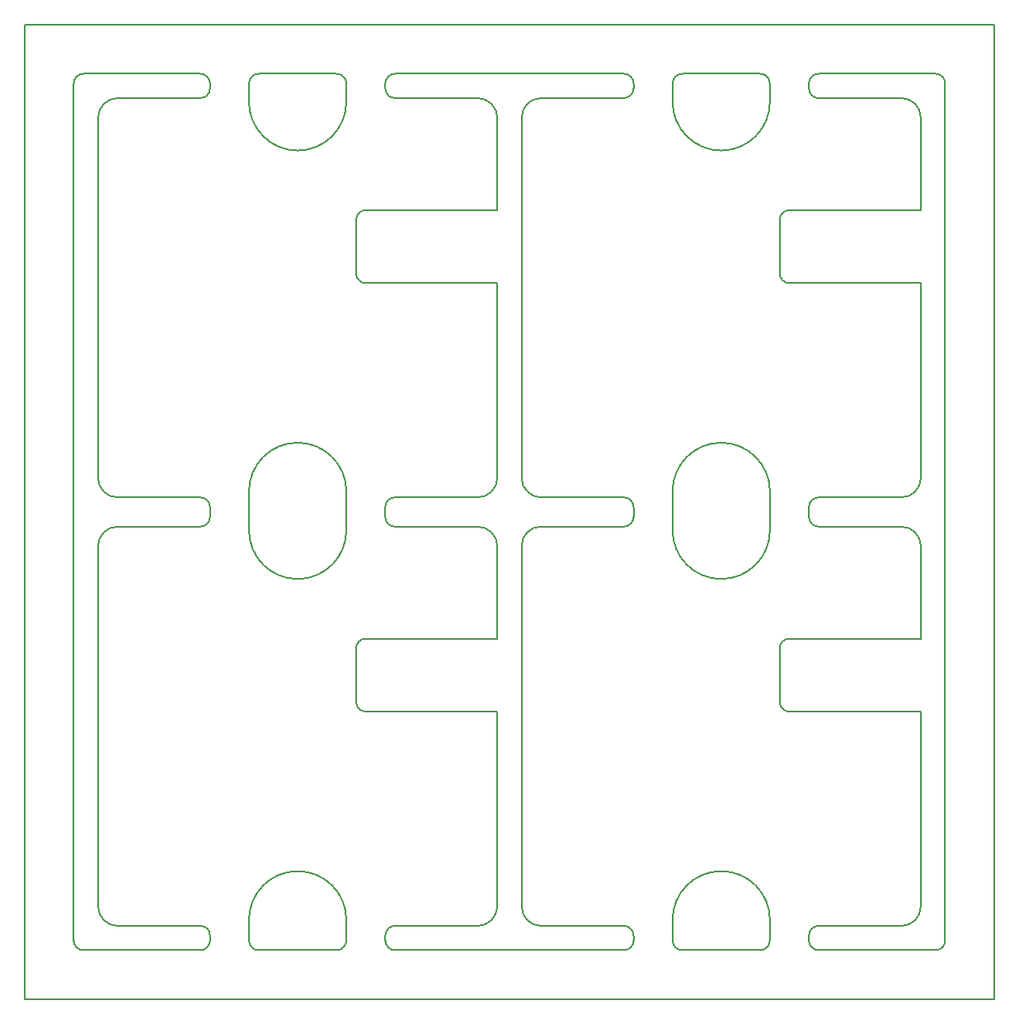
<source format=gbr>
G04 #@! TF.GenerationSoftware,KiCad,Pcbnew,(5.0.2)-1*
G04 #@! TF.CreationDate,2020-07-10T17:38:52+02:00*
G04 #@! TF.ProjectId,IKEA_Button2,494b4541-5f42-4757-9474-6f6e322e6b69,rev?*
G04 #@! TF.SameCoordinates,Original*
G04 #@! TF.FileFunction,Profile,NP*
%FSLAX46Y46*%
G04 Gerber Fmt 4.6, Leading zero omitted, Abs format (unit mm)*
G04 Created by KiCad (PCBNEW (5.0.2)-1) date 10-07-2020 17:38:52*
%MOMM*%
%LPD*%
G01*
G04 APERTURE LIST*
%ADD10C,0.150000*%
G04 APERTURE END LIST*
D10*
X36000000Y-100000000D02*
X36000000Y0D01*
X130500000Y-94000000D02*
X130500000Y-6000000D01*
X135500000Y-100000000D02*
X135500000Y0D01*
X36000000Y0D02*
X135500000Y0D01*
X117500000Y-92500000D02*
X126000000Y-92500000D01*
X89000000Y-92500000D02*
X97500000Y-92500000D01*
X74000000Y-92500000D02*
X82500000Y-92500000D01*
X45500468Y-92497900D02*
X54000468Y-92497900D01*
X69000000Y-51880911D02*
G75*
G02X59000000Y-51880911I-5000000J0D01*
G01*
X84500000Y-53500000D02*
X84500000Y-63000000D01*
X59000000Y-91880911D02*
G75*
G02X69000000Y-91880911I5000000J0D01*
G01*
X43500000Y-90500000D02*
X43500000Y-53500000D01*
X84500000Y-90500000D02*
X84500000Y-70500000D01*
X84500000Y-70500000D02*
X71000000Y-70500000D01*
X70000000Y-69500000D02*
X70000000Y-64000000D01*
X71000000Y-63000000D02*
X84500000Y-63000000D01*
X82500000Y-51500000D02*
G75*
G02X84500000Y-53500000I0J-2000000D01*
G01*
X84500000Y-90500000D02*
G75*
G02X82500000Y-92500000I-2000000J0D01*
G01*
X45500000Y-92500000D02*
G75*
G02X43500000Y-90500000I0J2000000D01*
G01*
X43500000Y-53500000D02*
G75*
G02X45500000Y-51500000I2000000J0D01*
G01*
X69000000Y-92500000D02*
X68996759Y-91880911D01*
X58996759Y-91880911D02*
X59000000Y-92500000D01*
X69000000Y-51500000D02*
X68996759Y-51880911D01*
X58996759Y-51880911D02*
X59000000Y-51500000D01*
X70000000Y-64000000D02*
G75*
G02X71000000Y-63000000I1000000J0D01*
G01*
X71000000Y-70500000D02*
G75*
G02X70000000Y-69500000I0J1000000D01*
G01*
X112500000Y-51880911D02*
G75*
G02X102500000Y-51880911I-5000000J0D01*
G01*
X128000000Y-53500000D02*
X128000000Y-63000000D01*
X102500000Y-91880911D02*
G75*
G02X112500000Y-91880911I5000000J0D01*
G01*
X87000000Y-90500000D02*
X87000000Y-53500000D01*
X128000000Y-90500000D02*
X128000000Y-70500000D01*
X128000000Y-70500000D02*
X114500000Y-70500000D01*
X113500000Y-69500000D02*
X113500000Y-64000000D01*
X114500000Y-63000000D02*
X128000000Y-63000000D01*
X126000000Y-51500000D02*
G75*
G02X128000000Y-53500000I0J-2000000D01*
G01*
X128000000Y-90500000D02*
G75*
G02X126000000Y-92500000I-2000000J0D01*
G01*
X89000000Y-92500000D02*
G75*
G02X87000000Y-90500000I0J2000000D01*
G01*
X87000000Y-53500000D02*
G75*
G02X89000000Y-51500000I2000000J0D01*
G01*
X112500000Y-92500000D02*
X112496759Y-91880911D01*
X102496759Y-91880911D02*
X102500000Y-92500000D01*
X112500000Y-51500000D02*
X112496759Y-51880911D01*
X102496759Y-51880911D02*
X102500000Y-51500000D01*
X113500000Y-64000000D02*
G75*
G02X114500000Y-63000000I1000000J0D01*
G01*
X114500000Y-70500000D02*
G75*
G02X113500000Y-69500000I0J1000000D01*
G01*
X128000000Y-9500000D02*
X128000000Y-19000000D01*
X112500000Y-7880911D02*
G75*
G02X102500000Y-7880911I-5000000J0D01*
G01*
X102500000Y-47880911D02*
G75*
G02X112500000Y-47880911I5000000J0D01*
G01*
X87000000Y-46500000D02*
X87000000Y-9500000D01*
X128000000Y-46500000D02*
X128000000Y-26500000D01*
X128000000Y-26500000D02*
X114500000Y-26500000D01*
X113500000Y-25500000D02*
X113500000Y-20000000D01*
X114500000Y-19000000D02*
X128000000Y-19000000D01*
X126000000Y-7500000D02*
G75*
G02X128000000Y-9500000I0J-2000000D01*
G01*
X128000000Y-46500000D02*
G75*
G02X126000000Y-48500000I-2000000J0D01*
G01*
X89000000Y-48500000D02*
G75*
G02X87000000Y-46500000I0J2000000D01*
G01*
X87000000Y-9500000D02*
G75*
G02X89000000Y-7500000I2000000J0D01*
G01*
X112500000Y-48500000D02*
X112496759Y-47880911D01*
X102496759Y-47880911D02*
X102500000Y-48500000D01*
X112500000Y-7500000D02*
X112496759Y-7880911D01*
X102496759Y-7880911D02*
X102500000Y-7500000D01*
X113500000Y-20000000D02*
G75*
G02X114500000Y-19000000I1000000J0D01*
G01*
X114500000Y-26500000D02*
G75*
G02X113500000Y-25500000I0J1000000D01*
G01*
X71000000Y-26500000D02*
G75*
G02X70000000Y-25500000I0J1000000D01*
G01*
X70000000Y-20000000D02*
G75*
G02X71000000Y-19000000I1000000J0D01*
G01*
X58996759Y-7880911D02*
X59000000Y-7500000D01*
X69000000Y-7500000D02*
X68996759Y-7880911D01*
X58996759Y-47880911D02*
X59000000Y-48500000D01*
X69000000Y-48500000D02*
X68996759Y-47880911D01*
X43500000Y-9500000D02*
G75*
G02X45500000Y-7500000I2000000J0D01*
G01*
X45500000Y-48500000D02*
G75*
G02X43500000Y-46500000I0J2000000D01*
G01*
X84500000Y-46500000D02*
G75*
G02X82500000Y-48500000I-2000000J0D01*
G01*
X82500000Y-7500000D02*
G75*
G02X84500000Y-9500000I0J-2000000D01*
G01*
X71000000Y-19000000D02*
X84500000Y-19000000D01*
X70000000Y-25500000D02*
X70000000Y-20000000D01*
X84500000Y-26500000D02*
X71000000Y-26500000D01*
X84500000Y-46500000D02*
X84500000Y-26500000D01*
X43500000Y-46500000D02*
X43500000Y-9500000D01*
X59000000Y-47880911D02*
G75*
G02X69000000Y-47880911I5000000J0D01*
G01*
X69000000Y-7880911D02*
G75*
G02X59000000Y-7880911I-5000000J0D01*
G01*
X84500000Y-9500000D02*
X84500000Y-19000000D01*
X36000000Y-100000000D02*
X135500000Y-100000000D01*
X41000000Y-94000000D02*
X41000000Y-6000000D01*
X129500000Y-5000000D02*
G75*
G02X130500000Y-6000000I0J-1000000D01*
G01*
X130500000Y-94000000D02*
G75*
G02X129500000Y-95000000I-1000000J0D01*
G01*
X129500000Y-95000000D02*
X117500000Y-95000000D01*
X117500000Y-5000000D02*
X129500000Y-5000000D01*
X116500000Y-6000000D02*
G75*
G02X117500000Y-5000000I1000000J0D01*
G01*
X116500000Y-6500000D02*
X116500000Y-6000000D01*
X117500000Y-7500000D02*
G75*
G02X116500000Y-6500000I0J1000000D01*
G01*
X97500000Y-95000000D02*
X74000000Y-95000000D01*
X98500468Y-93997900D02*
G75*
G02X97500468Y-94997900I-1000000J0D01*
G01*
X117500468Y-94997900D02*
G75*
G02X116500468Y-93997900I0J1000000D01*
G01*
X111500468Y-94997900D02*
X103500468Y-94997900D01*
X112500468Y-93997900D02*
X112500000Y-92500000D01*
X102500468Y-93997900D02*
X102500000Y-92500000D01*
X103500468Y-94997900D02*
G75*
G02X102500468Y-93997900I0J1000000D01*
G01*
X112500468Y-93997900D02*
G75*
G02X111500468Y-94997900I-1000000J0D01*
G01*
X97500000Y-5000000D02*
G75*
G02X98500000Y-6000000I0J-1000000D01*
G01*
X98500000Y-6000000D02*
X98500000Y-6500000D01*
X116500000Y-94000000D02*
X116500000Y-93500000D01*
X98500000Y-93500000D02*
X98500000Y-94000000D01*
X97500468Y-92497900D02*
G75*
G02X98500468Y-93497900I0J-1000000D01*
G01*
X116500468Y-93497900D02*
G75*
G02X117500468Y-92497900I1000000J0D01*
G01*
X103500000Y-5000000D02*
X111500000Y-5000000D01*
X97500000Y-7500000D02*
X89000000Y-7500000D01*
X102500000Y-6000000D02*
X102500000Y-7500000D01*
X112500000Y-6000000D02*
X112500000Y-7500000D01*
X117500000Y-7500000D02*
X126000000Y-7500000D01*
X111500000Y-5000000D02*
G75*
G02X112500000Y-6000000I0J-1000000D01*
G01*
X102500000Y-6000000D02*
G75*
G02X103500000Y-5000000I1000000J0D01*
G01*
X98500000Y-6500000D02*
G75*
G02X97500000Y-7500000I-1000000J0D01*
G01*
X73000000Y-6000000D02*
G75*
G02X74000000Y-5000000I1000000J0D01*
G01*
X73000000Y-6500000D02*
X73000000Y-6000000D01*
X74000000Y-7500000D02*
G75*
G02X73000000Y-6500000I0J1000000D01*
G01*
X54000000Y-95000000D02*
X42000000Y-95000000D01*
X55000468Y-93997900D02*
G75*
G02X54000468Y-94997900I-1000000J0D01*
G01*
X74000468Y-94997900D02*
G75*
G02X73000468Y-93997900I0J1000000D01*
G01*
X68000468Y-94997900D02*
X60000468Y-94997900D01*
X69000468Y-93997900D02*
X69000000Y-92500000D01*
X59000468Y-93997900D02*
X59000000Y-92500000D01*
X60000468Y-94997900D02*
G75*
G02X59000468Y-93997900I0J1000000D01*
G01*
X69000468Y-93997900D02*
G75*
G02X68000468Y-94997900I-1000000J0D01*
G01*
X54000000Y-5000000D02*
G75*
G02X55000000Y-6000000I0J-1000000D01*
G01*
X55000000Y-6000000D02*
X55000000Y-6500000D01*
X73000000Y-94000000D02*
X73000000Y-93500000D01*
X55000000Y-93500000D02*
X55000000Y-94000000D01*
X54000468Y-92497900D02*
G75*
G02X55000468Y-93497900I0J-1000000D01*
G01*
X73000468Y-93497900D02*
G75*
G02X74000468Y-92497900I1000000J0D01*
G01*
X60000000Y-5000000D02*
X68000000Y-5000000D01*
X54000000Y-7500000D02*
X45500000Y-7500000D01*
X59000000Y-6000000D02*
X59000000Y-7500000D01*
X74000000Y-5000000D02*
X97500000Y-5000000D01*
X69000000Y-6000000D02*
X69000000Y-7500000D01*
X74000000Y-7500000D02*
X82500000Y-7500000D01*
X68000000Y-5000000D02*
G75*
G02X69000000Y-6000000I0J-1000000D01*
G01*
X59000000Y-6000000D02*
G75*
G02X60000000Y-5000000I1000000J0D01*
G01*
X55000000Y-6500000D02*
G75*
G02X54000000Y-7500000I-1000000J0D01*
G01*
X42000000Y-95000000D02*
G75*
G02X41000000Y-94000000I0J1000000D01*
G01*
X41000000Y-6000000D02*
G75*
G02X42000000Y-5000000I1000000J0D01*
G01*
X42000000Y-5000000D02*
X54000000Y-5000000D01*
X97500468Y-48497900D02*
G75*
G02X98500468Y-49497900I0J-1000000D01*
G01*
X116500468Y-49497900D02*
G75*
G02X117500468Y-48497900I1000000J0D01*
G01*
X116500000Y-50500000D02*
X116500000Y-49500000D01*
X117500000Y-51500000D02*
G75*
G02X116500000Y-50500000I0J1000000D01*
G01*
X98500000Y-49500000D02*
X98500000Y-50500000D01*
X97500000Y-51500000D02*
X89000000Y-51500000D01*
X102500000Y-48500000D02*
X102500000Y-51500000D01*
X112500000Y-48500000D02*
X112500000Y-51500000D01*
X117500000Y-51500000D02*
X126000000Y-51500000D01*
X98500000Y-50500000D02*
G75*
G02X97500000Y-51500000I-1000000J0D01*
G01*
X117500000Y-48500000D02*
X126000000Y-48500000D01*
X97500000Y-48500000D02*
X89000000Y-48500000D01*
X54000468Y-48497900D02*
G75*
G02X55000468Y-49497900I0J-1000000D01*
G01*
X73000468Y-49497900D02*
G75*
G02X74000468Y-48497900I1000000J0D01*
G01*
X73000000Y-50500000D02*
X73000000Y-49500000D01*
X74000000Y-51500000D02*
G75*
G02X73000000Y-50500000I0J1000000D01*
G01*
X55000000Y-49500000D02*
X55000000Y-50500000D01*
X54000000Y-51500000D02*
X45500000Y-51500000D01*
X59000000Y-48500000D02*
X59000000Y-51500000D01*
X69000000Y-48500000D02*
X69000000Y-51500000D01*
X74000000Y-51500000D02*
X82500000Y-51500000D01*
X55000000Y-50500000D02*
G75*
G02X54000000Y-51500000I-1000000J0D01*
G01*
X74000468Y-48497900D02*
X82500468Y-48497900D01*
X54000000Y-48500000D02*
X45500000Y-48500000D01*
M02*

</source>
